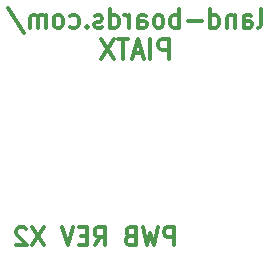
<source format=gbr>
G04 #@! TF.FileFunction,Legend,Bot*
%FSLAX46Y46*%
G04 Gerber Fmt 4.6, Leading zero omitted, Abs format (unit mm)*
G04 Created by KiCad (PCBNEW (after 2015-mar-04 BZR unknown)-product) date 7/25/2016 1:55:09 PM*
%MOMM*%
G01*
G04 APERTURE LIST*
%ADD10C,0.150000*%
%ADD11C,0.300000*%
G04 APERTURE END LIST*
D10*
D11*
X20358856Y-20998571D02*
X20358856Y-19498571D01*
X19787428Y-19498571D01*
X19644570Y-19570000D01*
X19573142Y-19641429D01*
X19501713Y-19784286D01*
X19501713Y-19998571D01*
X19573142Y-20141429D01*
X19644570Y-20212857D01*
X19787428Y-20284286D01*
X20358856Y-20284286D01*
X19001713Y-19498571D02*
X18644570Y-20998571D01*
X18358856Y-19927143D01*
X18073142Y-20998571D01*
X17715999Y-19498571D01*
X16644570Y-20212857D02*
X16430284Y-20284286D01*
X16358856Y-20355714D01*
X16287427Y-20498571D01*
X16287427Y-20712857D01*
X16358856Y-20855714D01*
X16430284Y-20927143D01*
X16573142Y-20998571D01*
X17144570Y-20998571D01*
X17144570Y-19498571D01*
X16644570Y-19498571D01*
X16501713Y-19570000D01*
X16430284Y-19641429D01*
X16358856Y-19784286D01*
X16358856Y-19927143D01*
X16430284Y-20070000D01*
X16501713Y-20141429D01*
X16644570Y-20212857D01*
X17144570Y-20212857D01*
X13644570Y-20998571D02*
X14144570Y-20284286D01*
X14501713Y-20998571D02*
X14501713Y-19498571D01*
X13930285Y-19498571D01*
X13787427Y-19570000D01*
X13715999Y-19641429D01*
X13644570Y-19784286D01*
X13644570Y-19998571D01*
X13715999Y-20141429D01*
X13787427Y-20212857D01*
X13930285Y-20284286D01*
X14501713Y-20284286D01*
X13001713Y-20212857D02*
X12501713Y-20212857D01*
X12287427Y-20998571D02*
X13001713Y-20998571D01*
X13001713Y-19498571D01*
X12287427Y-19498571D01*
X11858856Y-19498571D02*
X11358856Y-20998571D01*
X10858856Y-19498571D01*
X9358856Y-19498571D02*
X8358856Y-20998571D01*
X8358856Y-19498571D02*
X9358856Y-20998571D01*
X7858857Y-19641429D02*
X7787428Y-19570000D01*
X7644571Y-19498571D01*
X7287428Y-19498571D01*
X7144571Y-19570000D01*
X7073142Y-19641429D01*
X7001714Y-19784286D01*
X7001714Y-19927143D01*
X7073142Y-20141429D01*
X7930285Y-20998571D01*
X7001714Y-20998571D01*
X27515239Y-2616181D02*
X27662858Y-2537562D01*
X27736667Y-2380324D01*
X27736667Y-965181D01*
X26260477Y-2616181D02*
X26260477Y-1751371D01*
X26334286Y-1594133D01*
X26481905Y-1515514D01*
X26777143Y-1515514D01*
X26924762Y-1594133D01*
X26260477Y-2537562D02*
X26408096Y-2616181D01*
X26777143Y-2616181D01*
X26924762Y-2537562D01*
X26998572Y-2380324D01*
X26998572Y-2223086D01*
X26924762Y-2065848D01*
X26777143Y-1987229D01*
X26408096Y-1987229D01*
X26260477Y-1908610D01*
X25522381Y-1515514D02*
X25522381Y-2616181D01*
X25522381Y-1672752D02*
X25448572Y-1594133D01*
X25300953Y-1515514D01*
X25079524Y-1515514D01*
X24931905Y-1594133D01*
X24858096Y-1751371D01*
X24858096Y-2616181D01*
X23455715Y-2616181D02*
X23455715Y-965181D01*
X23455715Y-2537562D02*
X23603334Y-2616181D01*
X23898572Y-2616181D01*
X24046191Y-2537562D01*
X24120000Y-2458943D01*
X24193810Y-2301705D01*
X24193810Y-1829990D01*
X24120000Y-1672752D01*
X24046191Y-1594133D01*
X23898572Y-1515514D01*
X23603334Y-1515514D01*
X23455715Y-1594133D01*
X22717619Y-1987229D02*
X21536667Y-1987229D01*
X20798571Y-2616181D02*
X20798571Y-965181D01*
X20798571Y-1594133D02*
X20650952Y-1515514D01*
X20355714Y-1515514D01*
X20208095Y-1594133D01*
X20134286Y-1672752D01*
X20060476Y-1829990D01*
X20060476Y-2301705D01*
X20134286Y-2458943D01*
X20208095Y-2537562D01*
X20355714Y-2616181D01*
X20650952Y-2616181D01*
X20798571Y-2537562D01*
X19174762Y-2616181D02*
X19322381Y-2537562D01*
X19396190Y-2458943D01*
X19470000Y-2301705D01*
X19470000Y-1829990D01*
X19396190Y-1672752D01*
X19322381Y-1594133D01*
X19174762Y-1515514D01*
X18953333Y-1515514D01*
X18805714Y-1594133D01*
X18731905Y-1672752D01*
X18658095Y-1829990D01*
X18658095Y-2301705D01*
X18731905Y-2458943D01*
X18805714Y-2537562D01*
X18953333Y-2616181D01*
X19174762Y-2616181D01*
X17329524Y-2616181D02*
X17329524Y-1751371D01*
X17403333Y-1594133D01*
X17550952Y-1515514D01*
X17846190Y-1515514D01*
X17993809Y-1594133D01*
X17329524Y-2537562D02*
X17477143Y-2616181D01*
X17846190Y-2616181D01*
X17993809Y-2537562D01*
X18067619Y-2380324D01*
X18067619Y-2223086D01*
X17993809Y-2065848D01*
X17846190Y-1987229D01*
X17477143Y-1987229D01*
X17329524Y-1908610D01*
X16591428Y-2616181D02*
X16591428Y-1515514D01*
X16591428Y-1829990D02*
X16517619Y-1672752D01*
X16443809Y-1594133D01*
X16296190Y-1515514D01*
X16148571Y-1515514D01*
X14967619Y-2616181D02*
X14967619Y-965181D01*
X14967619Y-2537562D02*
X15115238Y-2616181D01*
X15410476Y-2616181D01*
X15558095Y-2537562D01*
X15631904Y-2458943D01*
X15705714Y-2301705D01*
X15705714Y-1829990D01*
X15631904Y-1672752D01*
X15558095Y-1594133D01*
X15410476Y-1515514D01*
X15115238Y-1515514D01*
X14967619Y-1594133D01*
X14303333Y-2537562D02*
X14155714Y-2616181D01*
X13860476Y-2616181D01*
X13712857Y-2537562D01*
X13639047Y-2380324D01*
X13639047Y-2301705D01*
X13712857Y-2144467D01*
X13860476Y-2065848D01*
X14081904Y-2065848D01*
X14229523Y-1987229D01*
X14303333Y-1829990D01*
X14303333Y-1751371D01*
X14229523Y-1594133D01*
X14081904Y-1515514D01*
X13860476Y-1515514D01*
X13712857Y-1594133D01*
X12974761Y-2458943D02*
X12900952Y-2537562D01*
X12974761Y-2616181D01*
X13048571Y-2537562D01*
X12974761Y-2458943D01*
X12974761Y-2616181D01*
X11572381Y-2537562D02*
X11720000Y-2616181D01*
X12015238Y-2616181D01*
X12162857Y-2537562D01*
X12236666Y-2458943D01*
X12310476Y-2301705D01*
X12310476Y-1829990D01*
X12236666Y-1672752D01*
X12162857Y-1594133D01*
X12015238Y-1515514D01*
X11720000Y-1515514D01*
X11572381Y-1594133D01*
X10686667Y-2616181D02*
X10834286Y-2537562D01*
X10908095Y-2458943D01*
X10981905Y-2301705D01*
X10981905Y-1829990D01*
X10908095Y-1672752D01*
X10834286Y-1594133D01*
X10686667Y-1515514D01*
X10465238Y-1515514D01*
X10317619Y-1594133D01*
X10243810Y-1672752D01*
X10170000Y-1829990D01*
X10170000Y-2301705D01*
X10243810Y-2458943D01*
X10317619Y-2537562D01*
X10465238Y-2616181D01*
X10686667Y-2616181D01*
X9505714Y-2616181D02*
X9505714Y-1515514D01*
X9505714Y-1672752D02*
X9431905Y-1594133D01*
X9284286Y-1515514D01*
X9062857Y-1515514D01*
X8915238Y-1594133D01*
X8841429Y-1751371D01*
X8841429Y-2616181D01*
X8841429Y-1751371D02*
X8767619Y-1594133D01*
X8620000Y-1515514D01*
X8398572Y-1515514D01*
X8250952Y-1594133D01*
X8177143Y-1751371D01*
X8177143Y-2616181D01*
X6331905Y-886562D02*
X7660476Y-3009276D01*
X19912856Y-5227581D02*
X19912856Y-3576581D01*
X19322380Y-3576581D01*
X19174761Y-3655200D01*
X19100952Y-3733819D01*
X19027142Y-3891057D01*
X19027142Y-4126914D01*
X19100952Y-4284152D01*
X19174761Y-4362771D01*
X19322380Y-4441390D01*
X19912856Y-4441390D01*
X18362856Y-5227581D02*
X18362856Y-3576581D01*
X17698571Y-4755867D02*
X16960476Y-4755867D01*
X17846190Y-5227581D02*
X17329523Y-3576581D01*
X16812857Y-5227581D01*
X16517619Y-3576581D02*
X15631905Y-3576581D01*
X16074762Y-5227581D02*
X16074762Y-3576581D01*
X15262857Y-3576581D02*
X14229524Y-5227581D01*
X14229524Y-3576581D02*
X15262857Y-5227581D01*
M02*

</source>
